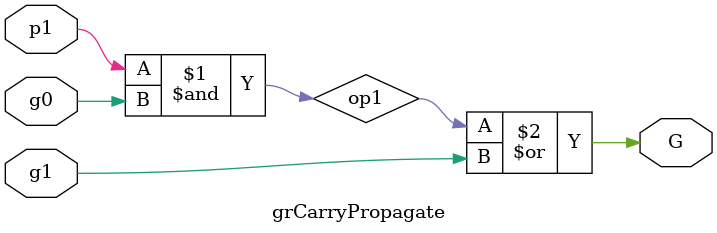
<source format=v>
`timescale 1ns / 1ps


module grCarryPropagate(p1,g1,g0,G);
input p1,g1,g0;
output G;
wire op1;
and a2(op1,p1,g0);
or o1(G,op1,g1);
endmodule
</source>
